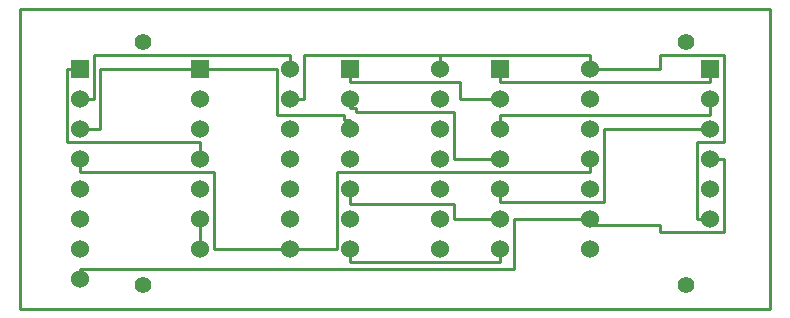
<source format=gbr>
G04 start of page 2 for group 0 idx 0 *
G04 Title: (unknown), top *
G04 Creator: pcb 4.2.2 *
G04 CreationDate: Sat Jul 27 20:57:17 2024 UTC *
G04 For: electronics *
G04 Format: Gerber/RS-274X *
G04 PCB-Dimensions (mil): 2500.00 1000.00 *
G04 PCB-Coordinate-Origin: lower left *
%MOIN*%
%FSLAX25Y25*%
%LNTOP*%
%ADD17C,0.0280*%
%ADD16C,0.0380*%
%ADD15C,0.0300*%
%ADD14C,0.0560*%
%ADD13C,0.0600*%
%ADD12C,0.0001*%
%ADD11C,0.0100*%
G54D11*X0Y100000D02*Y0D01*
Y100000D02*X250000D01*
X0Y0D02*X250000D01*
Y100000D02*Y0D01*
X160000Y20000D02*Y15500D01*
X110000D01*
X164500Y30000D02*Y13300D01*
X160000Y30000D02*X144500D01*
X110000Y20000D02*Y15500D01*
X164500Y13300D02*X20000D01*
Y10000D01*
X105500Y20000D02*X90000D01*
X64500D01*
X60000Y30000D02*Y20000D01*
Y55500D02*Y50000D01*
X64500Y45500D02*Y20000D01*
Y45500D02*X20000D01*
X60000Y55500D02*X15500D01*
Y80000D02*Y55500D01*
X20000Y80000D02*X15500D01*
X20000Y50000D02*Y45500D01*
X24500Y70000D02*X20000D01*
X85500Y80000D02*X60000D01*
X26500D01*
Y60000D01*
X20000D01*
X24500Y84500D02*Y70000D01*
X90000Y84500D02*X24500D01*
X140000D02*X94500D01*
X146500Y75500D02*X110000D01*
Y80000D02*Y75500D01*
X94500Y84500D02*Y70000D01*
X105500Y45500D02*Y20000D01*
X108000Y64500D02*X85500D01*
X108000D02*Y63000D01*
X110000D02*X108000D01*
X110000D02*Y60000D01*
X112000Y67000D02*Y65500D01*
Y67000D02*X110000D01*
X94500Y70000D02*X90000D01*
X85500Y80000D02*Y64500D01*
X90000Y84500D02*Y80000D01*
X144500Y65500D02*Y50000D01*
Y65500D02*X112000D01*
X160000Y64500D02*Y60000D01*
X110000Y70000D02*Y67000D01*
X140000Y84500D02*Y80000D01*
X190000Y84500D02*X140000D01*
X160000Y70000D02*X146500D01*
Y75500D02*Y70000D01*
X160000Y80000D02*Y75500D01*
X230000Y30000D02*X225500D01*
Y55500D02*Y30000D01*
X234500Y55500D02*X225500D01*
X234500Y50000D02*X230000D01*
X234500D02*Y25500D01*
X190000Y30000D02*X164500D01*
X234500Y25500D02*X213300D01*
Y28000D02*Y25500D01*
Y28000D02*X190000D01*
Y30000D02*Y28000D01*
Y45500D02*X105500D01*
X160000Y50000D02*X144500D01*
X190000D02*Y45500D01*
X194500Y60000D02*Y35500D01*
X144500Y35000D02*Y30000D01*
Y35000D02*X110000D01*
Y40000D02*Y35000D01*
X194500Y35500D02*X160000D01*
Y40000D02*Y35500D01*
X190000Y84500D02*Y80000D01*
X213300Y84500D02*Y80000D01*
X190000D01*
X230000Y75500D02*X160000D01*
X234500Y84500D02*Y55500D01*
Y84500D02*X213300D01*
X230000Y80000D02*Y75500D01*
Y60000D02*X194500D01*
X230000Y70000D02*Y64500D01*
X160000D01*
G54D12*G36*
X227000Y83000D02*Y77000D01*
X233000D01*
Y83000D01*
X227000D01*
G37*
G54D13*X230000Y70000D03*
Y60000D03*
Y50000D03*
Y40000D03*
Y30000D03*
X20000Y50000D03*
Y40000D03*
Y30000D03*
Y20000D03*
G54D12*G36*
X17000Y83000D02*Y77000D01*
X23000D01*
Y83000D01*
X17000D01*
G37*
G54D13*X20000Y70000D03*
Y60000D03*
Y10000D03*
G54D12*G36*
X57000Y83000D02*Y77000D01*
X63000D01*
Y83000D01*
X57000D01*
G37*
G54D13*X60000Y70000D03*
Y60000D03*
Y50000D03*
X90000D03*
Y60000D03*
Y70000D03*
Y80000D03*
G54D12*G36*
X107000Y83000D02*Y77000D01*
X113000D01*
Y83000D01*
X107000D01*
G37*
G54D13*X110000Y70000D03*
X60000Y40000D03*
X90000D03*
X140000D03*
Y50000D03*
X60000Y30000D03*
Y20000D03*
X90000D03*
Y30000D03*
X140000Y20000D03*
Y30000D03*
X110000Y50000D03*
Y40000D03*
Y30000D03*
Y20000D03*
X190000D03*
Y30000D03*
Y40000D03*
Y50000D03*
Y60000D03*
Y70000D03*
Y80000D03*
X110000Y60000D03*
X140000D03*
Y70000D03*
Y80000D03*
G54D12*G36*
X157000Y83000D02*Y77000D01*
X163000D01*
Y83000D01*
X157000D01*
G37*
G54D13*X160000Y70000D03*
Y60000D03*
Y50000D03*
Y40000D03*
Y30000D03*
Y20000D03*
G54D14*X41000Y8000D03*
Y89000D03*
X222000Y8000D03*
Y89000D03*
G54D15*G54D16*G54D17*M02*

</source>
